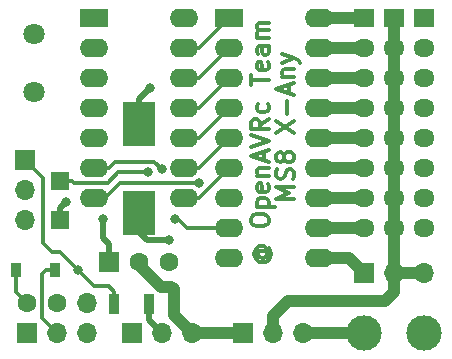
<source format=gbr>
G04 #@! TF.GenerationSoftware,KiCad,Pcbnew,(5.1.5)-3*
G04 #@! TF.CreationDate,2020-06-02T17:02:28+02:00*
G04 #@! TF.ProjectId,MutltiSwitch_Sw8,4d75746c-7469-4537-9769-7463685f5377,0.1*
G04 #@! TF.SameCoordinates,Original*
G04 #@! TF.FileFunction,Copper,L1,Top*
G04 #@! TF.FilePolarity,Positive*
%FSLAX46Y46*%
G04 Gerber Fmt 4.6, Leading zero omitted, Abs format (unit mm)*
G04 Created by KiCad (PCBNEW (5.1.5)-3) date 2020-06-02 17:02:28*
%MOMM*%
%LPD*%
G04 APERTURE LIST*
%ADD10C,0.300000*%
%ADD11R,1.800000X1.500000*%
%ADD12O,1.800000X1.500000*%
%ADD13R,2.400000X1.600000*%
%ADD14O,2.400000X1.600000*%
%ADD15R,1.700000X1.700000*%
%ADD16O,1.700000X1.700000*%
%ADD17C,1.600000*%
%ADD18R,0.900000X1.700000*%
%ADD19R,2.700000X3.750000*%
%ADD20R,1.500000X1.500000*%
%ADD21R,0.900000X1.200000*%
%ADD22C,3.000000*%
%ADD23C,1.800000*%
%ADD24C,0.800000*%
%ADD25C,0.500000*%
%ADD26C,0.310000*%
%ADD27C,1.000000*%
G04 APERTURE END LIST*
D10*
X158539571Y-106746714D02*
X157039571Y-106746714D01*
X158111000Y-106246714D01*
X157039571Y-105746714D01*
X158539571Y-105746714D01*
X158468142Y-105103857D02*
X158539571Y-104889571D01*
X158539571Y-104532428D01*
X158468142Y-104389571D01*
X158396714Y-104318142D01*
X158253857Y-104246714D01*
X158111000Y-104246714D01*
X157968142Y-104318142D01*
X157896714Y-104389571D01*
X157825285Y-104532428D01*
X157753857Y-104818142D01*
X157682428Y-104961000D01*
X157611000Y-105032428D01*
X157468142Y-105103857D01*
X157325285Y-105103857D01*
X157182428Y-105032428D01*
X157111000Y-104961000D01*
X157039571Y-104818142D01*
X157039571Y-104461000D01*
X157111000Y-104246714D01*
X157682428Y-103389571D02*
X157611000Y-103532428D01*
X157539571Y-103603857D01*
X157396714Y-103675285D01*
X157325285Y-103675285D01*
X157182428Y-103603857D01*
X157111000Y-103532428D01*
X157039571Y-103389571D01*
X157039571Y-103103857D01*
X157111000Y-102961000D01*
X157182428Y-102889571D01*
X157325285Y-102818142D01*
X157396714Y-102818142D01*
X157539571Y-102889571D01*
X157611000Y-102961000D01*
X157682428Y-103103857D01*
X157682428Y-103389571D01*
X157753857Y-103532428D01*
X157825285Y-103603857D01*
X157968142Y-103675285D01*
X158253857Y-103675285D01*
X158396714Y-103603857D01*
X158468142Y-103532428D01*
X158539571Y-103389571D01*
X158539571Y-103103857D01*
X158468142Y-102961000D01*
X158396714Y-102889571D01*
X158253857Y-102818142D01*
X157968142Y-102818142D01*
X157825285Y-102889571D01*
X157753857Y-102961000D01*
X157682428Y-103103857D01*
X157039571Y-101175285D02*
X158539571Y-100175285D01*
X157039571Y-100175285D02*
X158539571Y-101175285D01*
X157968142Y-99603857D02*
X157968142Y-98461000D01*
X158111000Y-97818142D02*
X158111000Y-97103857D01*
X158539571Y-97961000D02*
X157039571Y-97461000D01*
X158539571Y-96961000D01*
X157539571Y-96461000D02*
X158539571Y-96461000D01*
X157682428Y-96461000D02*
X157611000Y-96389571D01*
X157539571Y-96246714D01*
X157539571Y-96032428D01*
X157611000Y-95889571D01*
X157753857Y-95818142D01*
X158539571Y-95818142D01*
X157539571Y-95246714D02*
X158539571Y-94889571D01*
X157539571Y-94532428D02*
X158539571Y-94889571D01*
X158896714Y-95032428D01*
X158968142Y-95103857D01*
X159039571Y-95246714D01*
X155666285Y-111159571D02*
X155594857Y-111231000D01*
X155523428Y-111373857D01*
X155523428Y-111516714D01*
X155594857Y-111659571D01*
X155666285Y-111731000D01*
X155809142Y-111802428D01*
X155952000Y-111802428D01*
X156094857Y-111731000D01*
X156166285Y-111659571D01*
X156237714Y-111516714D01*
X156237714Y-111373857D01*
X156166285Y-111231000D01*
X156094857Y-111159571D01*
X155523428Y-111159571D02*
X156094857Y-111159571D01*
X156166285Y-111088142D01*
X156166285Y-111016714D01*
X156094857Y-110873857D01*
X155952000Y-110802428D01*
X155594857Y-110802428D01*
X155380571Y-110945285D01*
X155237714Y-111159571D01*
X155166285Y-111445285D01*
X155237714Y-111731000D01*
X155380571Y-111945285D01*
X155594857Y-112088142D01*
X155880571Y-112159571D01*
X156166285Y-112088142D01*
X156380571Y-111945285D01*
X156523428Y-111731000D01*
X156594857Y-111445285D01*
X156523428Y-111159571D01*
X156380571Y-110945285D01*
X154880571Y-108731000D02*
X154880571Y-108445285D01*
X154952000Y-108302428D01*
X155094857Y-108159571D01*
X155380571Y-108088142D01*
X155880571Y-108088142D01*
X156166285Y-108159571D01*
X156309142Y-108302428D01*
X156380571Y-108445285D01*
X156380571Y-108731000D01*
X156309142Y-108873857D01*
X156166285Y-109016714D01*
X155880571Y-109088142D01*
X155380571Y-109088142D01*
X155094857Y-109016714D01*
X154952000Y-108873857D01*
X154880571Y-108731000D01*
X155380571Y-107445285D02*
X156880571Y-107445285D01*
X155452000Y-107445285D02*
X155380571Y-107302428D01*
X155380571Y-107016714D01*
X155452000Y-106873857D01*
X155523428Y-106802428D01*
X155666285Y-106731000D01*
X156094857Y-106731000D01*
X156237714Y-106802428D01*
X156309142Y-106873857D01*
X156380571Y-107016714D01*
X156380571Y-107302428D01*
X156309142Y-107445285D01*
X156309142Y-105516714D02*
X156380571Y-105659571D01*
X156380571Y-105945285D01*
X156309142Y-106088142D01*
X156166285Y-106159571D01*
X155594857Y-106159571D01*
X155452000Y-106088142D01*
X155380571Y-105945285D01*
X155380571Y-105659571D01*
X155452000Y-105516714D01*
X155594857Y-105445285D01*
X155737714Y-105445285D01*
X155880571Y-106159571D01*
X155380571Y-104802428D02*
X156380571Y-104802428D01*
X155523428Y-104802428D02*
X155452000Y-104731000D01*
X155380571Y-104588142D01*
X155380571Y-104373857D01*
X155452000Y-104231000D01*
X155594857Y-104159571D01*
X156380571Y-104159571D01*
X155952000Y-103516714D02*
X155952000Y-102802428D01*
X156380571Y-103659571D02*
X154880571Y-103159571D01*
X156380571Y-102659571D01*
X154880571Y-102373857D02*
X156380571Y-101873857D01*
X154880571Y-101373857D01*
X156380571Y-100016714D02*
X155666285Y-100516714D01*
X156380571Y-100873857D02*
X154880571Y-100873857D01*
X154880571Y-100302428D01*
X154952000Y-100159571D01*
X155023428Y-100088142D01*
X155166285Y-100016714D01*
X155380571Y-100016714D01*
X155523428Y-100088142D01*
X155594857Y-100159571D01*
X155666285Y-100302428D01*
X155666285Y-100873857D01*
X156309142Y-98731000D02*
X156380571Y-98873857D01*
X156380571Y-99159571D01*
X156309142Y-99302428D01*
X156237714Y-99373857D01*
X156094857Y-99445285D01*
X155666285Y-99445285D01*
X155523428Y-99373857D01*
X155452000Y-99302428D01*
X155380571Y-99159571D01*
X155380571Y-98873857D01*
X155452000Y-98731000D01*
X154880571Y-97159571D02*
X154880571Y-96302428D01*
X156380571Y-96731000D02*
X154880571Y-96731000D01*
X156309142Y-95231000D02*
X156380571Y-95373857D01*
X156380571Y-95659571D01*
X156309142Y-95802428D01*
X156166285Y-95873857D01*
X155594857Y-95873857D01*
X155452000Y-95802428D01*
X155380571Y-95659571D01*
X155380571Y-95373857D01*
X155452000Y-95231000D01*
X155594857Y-95159571D01*
X155737714Y-95159571D01*
X155880571Y-95873857D01*
X156380571Y-93873857D02*
X155594857Y-93873857D01*
X155452000Y-93945285D01*
X155380571Y-94088142D01*
X155380571Y-94373857D01*
X155452000Y-94516714D01*
X156309142Y-93873857D02*
X156380571Y-94016714D01*
X156380571Y-94373857D01*
X156309142Y-94516714D01*
X156166285Y-94588142D01*
X156023428Y-94588142D01*
X155880571Y-94516714D01*
X155809142Y-94373857D01*
X155809142Y-94016714D01*
X155737714Y-93873857D01*
X156380571Y-93159571D02*
X155380571Y-93159571D01*
X155523428Y-93159571D02*
X155452000Y-93088142D01*
X155380571Y-92945285D01*
X155380571Y-92731000D01*
X155452000Y-92588142D01*
X155594857Y-92516714D01*
X156380571Y-92516714D01*
X155594857Y-92516714D02*
X155452000Y-92445285D01*
X155380571Y-92302428D01*
X155380571Y-92088142D01*
X155452000Y-91945285D01*
X155594857Y-91873857D01*
X156380571Y-91873857D01*
D11*
X169545000Y-91440000D03*
D12*
X169545000Y-93980000D03*
X169545000Y-96520000D03*
X169545000Y-99060000D03*
X169545000Y-101600000D03*
X169545000Y-104140000D03*
X169545000Y-106680000D03*
X169545000Y-109220000D03*
D11*
X167005000Y-91440000D03*
D12*
X167005000Y-93980000D03*
X167005000Y-96520000D03*
X167005000Y-99060000D03*
X167005000Y-101600000D03*
X167005000Y-104140000D03*
X167005000Y-106680000D03*
X167005000Y-109220000D03*
D13*
X141605000Y-91440000D03*
D14*
X149225000Y-106680000D03*
X141605000Y-93980000D03*
X149225000Y-104140000D03*
X141605000Y-96520000D03*
X149225000Y-101600000D03*
X141605000Y-99060000D03*
X149225000Y-99060000D03*
X141605000Y-101600000D03*
X149225000Y-96520000D03*
X141605000Y-104140000D03*
X149225000Y-93980000D03*
X141605000Y-106680000D03*
X149225000Y-91440000D03*
D11*
X164465000Y-91440000D03*
D12*
X164465000Y-93980000D03*
X164465000Y-96520000D03*
X164465000Y-99060000D03*
X164465000Y-101600000D03*
X164465000Y-104140000D03*
X164465000Y-106680000D03*
X164465000Y-109220000D03*
D13*
X153035000Y-91440000D03*
D14*
X160655000Y-111760000D03*
X153035000Y-93980000D03*
X160655000Y-109220000D03*
X153035000Y-96520000D03*
X160655000Y-106680000D03*
X153035000Y-99060000D03*
X160655000Y-104140000D03*
X153035000Y-101600000D03*
X160655000Y-101600000D03*
X153035000Y-104140000D03*
X160655000Y-99060000D03*
X153035000Y-106680000D03*
X160655000Y-96520000D03*
X153035000Y-109220000D03*
X160655000Y-93980000D03*
X153035000Y-111760000D03*
X160655000Y-91440000D03*
D15*
X144780000Y-118110000D03*
D16*
X147320000Y-118110000D03*
X149860000Y-118110000D03*
D15*
X135763000Y-103505000D03*
D16*
X135763000Y-106045000D03*
X135763000Y-108585000D03*
D15*
X142875000Y-112141000D03*
D17*
X145415000Y-112141000D03*
X147955000Y-112141000D03*
D15*
X164465000Y-113030000D03*
D16*
X167005000Y-113030000D03*
X169545000Y-113030000D03*
D15*
X154178000Y-118110000D03*
D16*
X156718000Y-118110000D03*
X159258000Y-118110000D03*
D18*
X146230000Y-115697000D03*
X143330000Y-115697000D03*
D15*
X135890000Y-118110000D03*
D17*
X135890000Y-115570000D03*
D16*
X138430000Y-118110000D03*
D17*
X138430000Y-115570000D03*
D16*
X140970000Y-118110000D03*
X140970000Y-115570000D03*
D19*
X145415000Y-107950000D03*
X145415000Y-100400000D03*
D20*
X138684000Y-108585000D03*
X138684000Y-105285000D03*
D21*
X138302000Y-112776000D03*
X135002000Y-112776000D03*
D22*
X164465000Y-118110000D03*
X169545000Y-118110000D03*
D23*
X136525000Y-97690000D03*
X136525000Y-92810000D03*
D24*
X139192000Y-107061000D03*
X146304000Y-97409000D03*
X147955000Y-110236000D03*
X142367000Y-108458000D03*
X148463000Y-108458000D03*
X147320000Y-104267000D03*
X150495000Y-105410000D03*
X140208000Y-112776000D03*
X146177000Y-104521000D03*
D25*
X138684000Y-108585000D02*
X138684000Y-107569000D01*
X138684000Y-107569000D02*
X139192000Y-107061000D01*
X145415000Y-98298000D02*
X145415000Y-100400000D01*
X146304000Y-97409000D02*
X145415000Y-98298000D01*
X146230000Y-115697000D02*
X146230000Y-117020000D01*
X146230000Y-117020000D02*
X147320000Y-118110000D01*
X145415000Y-107950000D02*
X145415000Y-109601000D01*
X145415000Y-109601000D02*
X146050000Y-110236000D01*
X146050000Y-110236000D02*
X147955000Y-110236000D01*
D26*
X149225000Y-106680000D02*
X150495000Y-106680000D01*
X150495000Y-106680000D02*
X153035000Y-104140000D01*
X149225000Y-104140000D02*
X150495000Y-104140000D01*
X150495000Y-104140000D02*
X153035000Y-101600000D01*
X149225000Y-101600000D02*
X150495000Y-101600000D01*
X150495000Y-101600000D02*
X153035000Y-99060000D01*
D25*
X142367000Y-108458000D02*
X142367000Y-110109000D01*
X142875000Y-110617000D02*
X142875000Y-112141000D01*
X142367000Y-110109000D02*
X142875000Y-110617000D01*
D26*
X149225000Y-99060000D02*
X150495000Y-99060000D01*
X150495000Y-99060000D02*
X153035000Y-96520000D01*
X149225000Y-96520000D02*
X150495000Y-96520000D01*
X150495000Y-96520000D02*
X153035000Y-93980000D01*
X149479000Y-109220000D02*
X153035000Y-109220000D01*
X148717000Y-108458000D02*
X149479000Y-109220000D01*
X148463000Y-108458000D02*
X148717000Y-108458000D01*
X142875000Y-104140000D02*
X141605000Y-104140000D01*
X143383000Y-103632000D02*
X142875000Y-104140000D01*
X147320000Y-104267000D02*
X146685000Y-103632000D01*
X146685000Y-103632000D02*
X143383000Y-103632000D01*
X149225000Y-93980000D02*
X150495000Y-93980000D01*
X150495000Y-93980000D02*
X153035000Y-91440000D01*
X142494000Y-106680000D02*
X141605000Y-106680000D01*
X143764000Y-105410000D02*
X142494000Y-106680000D01*
X150495000Y-105410000D02*
X143764000Y-105410000D01*
D27*
X160655000Y-111760000D02*
X163195000Y-111760000D01*
X163195000Y-111760000D02*
X164465000Y-113030000D01*
X164465000Y-109220000D02*
X160655000Y-109220000D01*
X164465000Y-106680000D02*
X160655000Y-106680000D01*
X164465000Y-104140000D02*
X160655000Y-104140000D01*
X164465000Y-101600000D02*
X160655000Y-101600000D01*
X164465000Y-99060000D02*
X160655000Y-99060000D01*
X164465000Y-96520000D02*
X160655000Y-96520000D01*
X160655000Y-93980000D02*
X164465000Y-93980000D01*
X160655000Y-91440000D02*
X164465000Y-91440000D01*
D26*
X142113000Y-114173000D02*
X141605000Y-114173000D01*
X141605000Y-114173000D02*
X140208000Y-112776000D01*
X143330000Y-114628000D02*
X143330000Y-115697000D01*
X142875000Y-114173000D02*
X143330000Y-114628000D01*
X142113000Y-114173000D02*
X142875000Y-114173000D01*
X143330000Y-115697000D02*
X143002000Y-115697000D01*
X138049000Y-111252000D02*
X138684000Y-111252000D01*
X137287000Y-110490000D02*
X138049000Y-111252000D01*
X137287000Y-105029000D02*
X137287000Y-110490000D01*
X138684000Y-111252000D02*
X140208000Y-112776000D01*
X135763000Y-103505000D02*
X137287000Y-105029000D01*
D27*
X167005000Y-113030000D02*
X167005000Y-109220000D01*
X167005000Y-113030000D02*
X169545000Y-113030000D01*
X156718000Y-118110000D02*
X156718000Y-116713000D01*
X167005000Y-114681000D02*
X167005000Y-113030000D01*
X166243000Y-115443000D02*
X167005000Y-114681000D01*
X157988000Y-115443000D02*
X166243000Y-115443000D01*
X156718000Y-116713000D02*
X157988000Y-115443000D01*
X167005000Y-93980000D02*
X167005000Y-91440000D01*
X167005000Y-96520000D02*
X167005000Y-93980000D01*
X167005000Y-99060000D02*
X167005000Y-96520000D01*
X167005000Y-101600000D02*
X167005000Y-99060000D01*
X167005000Y-104140000D02*
X167005000Y-101600000D01*
X167005000Y-106680000D02*
X167005000Y-104140000D01*
X167005000Y-109220000D02*
X167005000Y-106680000D01*
X147256500Y-114236500D02*
X148145500Y-114236500D01*
X148336000Y-114427000D02*
X148336000Y-115062000D01*
X148145500Y-114236500D02*
X148336000Y-114427000D01*
X147256500Y-114236500D02*
X145415000Y-112395000D01*
X145415000Y-112395000D02*
X145415000Y-112141000D01*
X148336000Y-116586000D02*
X148336000Y-115062000D01*
X148336000Y-116586000D02*
X149860000Y-118110000D01*
X154178000Y-118110000D02*
X149860000Y-118110000D01*
D26*
X137542000Y-112776000D02*
X138302000Y-112776000D01*
X137160000Y-113158000D02*
X137542000Y-112776000D01*
X137160000Y-116840000D02*
X137160000Y-113158000D01*
X138430000Y-118110000D02*
X137160000Y-116840000D01*
X135002000Y-114682000D02*
X135890000Y-115570000D01*
X135002000Y-114682000D02*
X135002000Y-112776000D01*
D27*
X159258000Y-118110000D02*
X164465000Y-118110000D01*
D26*
X146177000Y-104521000D02*
X143637000Y-104521000D01*
X143637000Y-104521000D02*
X142748000Y-105410000D01*
X142748000Y-105410000D02*
X139869000Y-105410000D01*
X139869000Y-105410000D02*
X139744000Y-105285000D01*
X139744000Y-105285000D02*
X138684000Y-105285000D01*
M02*

</source>
